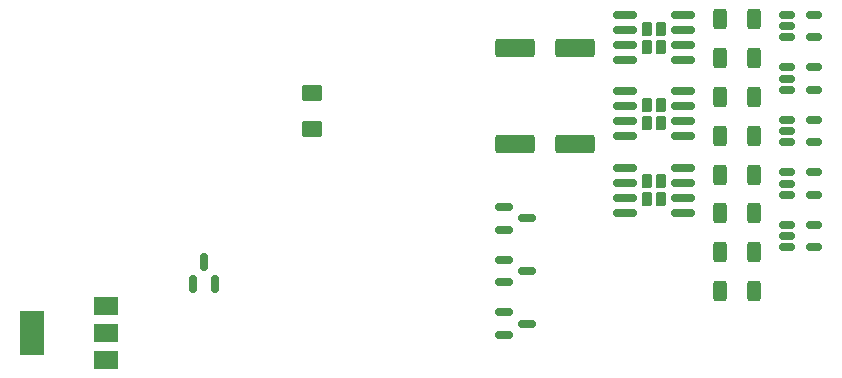
<source format=gbr>
%TF.GenerationSoftware,KiCad,Pcbnew,7.0.10*%
%TF.CreationDate,2024-04-03T19:17:27+05:30*%
%TF.ProjectId,BSPD,42535044-2e6b-4696-9361-645f70636258,rev?*%
%TF.SameCoordinates,Original*%
%TF.FileFunction,Paste,Top*%
%TF.FilePolarity,Positive*%
%FSLAX46Y46*%
G04 Gerber Fmt 4.6, Leading zero omitted, Abs format (unit mm)*
G04 Created by KiCad (PCBNEW 7.0.10) date 2024-04-03 19:17:27*
%MOMM*%
%LPD*%
G01*
G04 APERTURE LIST*
G04 Aperture macros list*
%AMRoundRect*
0 Rectangle with rounded corners*
0 $1 Rounding radius*
0 $2 $3 $4 $5 $6 $7 $8 $9 X,Y pos of 4 corners*
0 Add a 4 corners polygon primitive as box body*
4,1,4,$2,$3,$4,$5,$6,$7,$8,$9,$2,$3,0*
0 Add four circle primitives for the rounded corners*
1,1,$1+$1,$2,$3*
1,1,$1+$1,$4,$5*
1,1,$1+$1,$6,$7*
1,1,$1+$1,$8,$9*
0 Add four rect primitives between the rounded corners*
20,1,$1+$1,$2,$3,$4,$5,0*
20,1,$1+$1,$4,$5,$6,$7,0*
20,1,$1+$1,$6,$7,$8,$9,0*
20,1,$1+$1,$8,$9,$2,$3,0*%
G04 Aperture macros list end*
%ADD10RoundRect,0.150000X-0.512500X-0.150000X0.512500X-0.150000X0.512500X0.150000X-0.512500X0.150000X0*%
%ADD11RoundRect,0.230000X-0.230000X-0.375000X0.230000X-0.375000X0.230000X0.375000X-0.230000X0.375000X0*%
%ADD12RoundRect,0.150000X-0.825000X-0.150000X0.825000X-0.150000X0.825000X0.150000X-0.825000X0.150000X0*%
%ADD13RoundRect,0.250000X-0.312500X-0.625000X0.312500X-0.625000X0.312500X0.625000X-0.312500X0.625000X0*%
%ADD14RoundRect,0.150000X-0.587500X-0.150000X0.587500X-0.150000X0.587500X0.150000X-0.587500X0.150000X0*%
%ADD15RoundRect,0.250000X-1.412500X-0.550000X1.412500X-0.550000X1.412500X0.550000X-1.412500X0.550000X0*%
%ADD16RoundRect,0.150000X0.150000X-0.587500X0.150000X0.587500X-0.150000X0.587500X-0.150000X-0.587500X0*%
%ADD17R,2.000000X1.500000*%
%ADD18R,2.000000X3.800000*%
%ADD19RoundRect,0.250001X-0.624999X0.462499X-0.624999X-0.462499X0.624999X-0.462499X0.624999X0.462499X0*%
G04 APERTURE END LIST*
D10*
%TO.C,U11*%
X95346500Y-58422000D03*
X95346500Y-59372000D03*
X95346500Y-60322000D03*
X97621500Y-60322000D03*
X97621500Y-58422000D03*
%TD*%
%TO.C,U9*%
X95346500Y-53972000D03*
X95346500Y-54922000D03*
X95346500Y-55872000D03*
X97621500Y-55872000D03*
X97621500Y-53972000D03*
%TD*%
%TO.C,U8*%
X95346500Y-49522000D03*
X95346500Y-50472000D03*
X95346500Y-51422000D03*
X97621500Y-51422000D03*
X97621500Y-49522000D03*
%TD*%
%TO.C,U7*%
X95346500Y-45072000D03*
X95346500Y-46022000D03*
X95346500Y-46972000D03*
X97621500Y-46972000D03*
X97621500Y-45072000D03*
%TD*%
%TO.C,U4*%
X95346500Y-40622000D03*
X95346500Y-41572000D03*
X95346500Y-42522000D03*
X97621500Y-42522000D03*
X97621500Y-40622000D03*
%TD*%
D11*
%TO.C,U3*%
X83504000Y-54722000D03*
X84644000Y-56222000D03*
X84644000Y-54722000D03*
X83504000Y-56222000D03*
D12*
X81599000Y-53567000D03*
X81599000Y-54837000D03*
X81599000Y-56107000D03*
X81599000Y-57377000D03*
X86549000Y-57377000D03*
X86549000Y-56107000D03*
X86549000Y-54837000D03*
X86549000Y-53567000D03*
%TD*%
D11*
%TO.C,U2*%
X83504000Y-48272000D03*
X84644000Y-49772000D03*
X84644000Y-48272000D03*
X83504000Y-49772000D03*
D12*
X81599000Y-47117000D03*
X81599000Y-48387000D03*
X81599000Y-49657000D03*
X81599000Y-50927000D03*
X86549000Y-50927000D03*
X86549000Y-49657000D03*
X86549000Y-48387000D03*
X86549000Y-47117000D03*
%TD*%
D11*
%TO.C,U1*%
X83504000Y-41822000D03*
X84644000Y-43322000D03*
X84644000Y-41822000D03*
X83504000Y-43322000D03*
D12*
X81599000Y-40667000D03*
X81599000Y-41937000D03*
X81599000Y-43207000D03*
X81599000Y-44477000D03*
X86549000Y-44477000D03*
X86549000Y-43207000D03*
X86549000Y-41937000D03*
X86549000Y-40667000D03*
%TD*%
D13*
%TO.C,R8*%
X89641500Y-64022000D03*
X92566500Y-64022000D03*
%TD*%
%TO.C,R7*%
X89641500Y-60732000D03*
X92566500Y-60732000D03*
%TD*%
%TO.C,R6*%
X89641500Y-57442000D03*
X92566500Y-57442000D03*
%TD*%
%TO.C,R5*%
X89641500Y-54152000D03*
X92566500Y-54152000D03*
%TD*%
%TO.C,R4*%
X89641500Y-50862000D03*
X92566500Y-50862000D03*
%TD*%
%TO.C,R3*%
X89641500Y-47572000D03*
X92566500Y-47572000D03*
%TD*%
%TO.C,R2*%
X89641500Y-44282000D03*
X92566500Y-44282000D03*
%TD*%
%TO.C,R1*%
X89641500Y-40992000D03*
X92566500Y-40992000D03*
%TD*%
D14*
%TO.C,Q4*%
X71406500Y-65822000D03*
X71406500Y-67722000D03*
X73281500Y-66772000D03*
%TD*%
%TO.C,Q3*%
X71406500Y-61372000D03*
X71406500Y-63272000D03*
X73281500Y-62322000D03*
%TD*%
%TO.C,Q2*%
X71406500Y-56922000D03*
X71406500Y-58822000D03*
X73281500Y-57872000D03*
%TD*%
D15*
%TO.C,C2*%
X72336500Y-51572000D03*
X77411500Y-51572000D03*
%TD*%
%TO.C,C1*%
X72336500Y-43422000D03*
X77411500Y-43422000D03*
%TD*%
D16*
%TO.C,Q1*%
X45024000Y-63421500D03*
X46924000Y-63421500D03*
X45974000Y-61546500D03*
%TD*%
D17*
%TO.C,U10*%
X37694000Y-69864000D03*
X37694000Y-67564000D03*
X37694000Y-65264000D03*
D18*
X31394000Y-67564000D03*
%TD*%
D19*
%TO.C,D1*%
X55118000Y-50255500D03*
X55118000Y-47280500D03*
%TD*%
M02*

</source>
